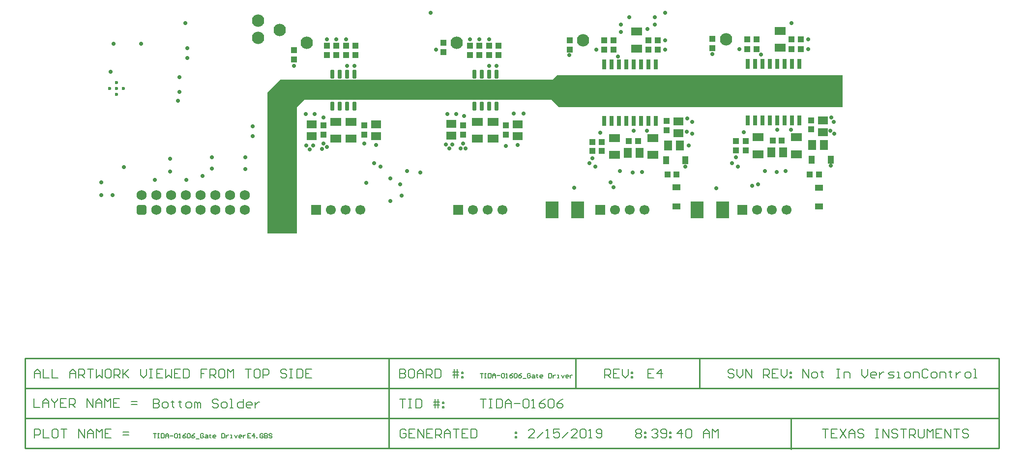
<source format=gbs>
G04*
G04 #@! TF.GenerationSoftware,Altium Limited,Altium Designer,18.1.9 (240)*
G04*
G04 Layer_Color=16711935*
%FSAX25Y25*%
%MOIN*%
G70*
G01*
G75*
%ADD15C,0.00800*%
%ADD17C,0.00600*%
%ADD25C,0.01000*%
%ADD49R,0.04331X0.04134*%
%ADD50R,0.04134X0.04331*%
%ADD51R,0.05394X0.06694*%
%ADD52R,0.06694X0.05394*%
%ADD53R,0.07677X0.05512*%
%ADD63R,0.05197X0.03996*%
%ADD68C,0.06890*%
G04:AMPARAMS|DCode=69|XSize=68.9mil|YSize=68.9mil|CornerRadius=18.21mil|HoleSize=0mil|Usage=FLASHONLY|Rotation=90.000|XOffset=0mil|YOffset=0mil|HoleType=Round|Shape=RoundedRectangle|*
%AMROUNDEDRECTD69*
21,1,0.06890,0.03248,0,0,90.0*
21,1,0.03248,0.06890,0,0,90.0*
1,1,0.03642,0.01624,0.01624*
1,1,0.03642,0.01624,-0.01624*
1,1,0.03642,-0.01624,-0.01624*
1,1,0.03642,-0.01624,0.01624*
%
%ADD69ROUNDEDRECTD69*%
%ADD70O,0.26000X0.03000*%
%ADD71C,0.06693*%
%ADD72R,0.06693X0.06693*%
%ADD73C,0.08394*%
%ADD74C,0.02794*%
%ADD75C,0.02362*%
G04:AMPARAMS|DCode=94|XSize=27.56mil|YSize=59.06mil|CornerRadius=3.98mil|HoleSize=0mil|Usage=FLASHONLY|Rotation=180.000|XOffset=0mil|YOffset=0mil|HoleType=Round|Shape=RoundedRectangle|*
%AMROUNDEDRECTD94*
21,1,0.02756,0.05110,0,0,180.0*
21,1,0.01961,0.05906,0,0,180.0*
1,1,0.00795,-0.00980,0.02555*
1,1,0.00795,0.00980,0.02555*
1,1,0.00795,0.00980,-0.02555*
1,1,0.00795,-0.00980,-0.02555*
%
%ADD94ROUNDEDRECTD94*%
G04:AMPARAMS|DCode=95|XSize=27.56mil|YSize=68.9mil|CornerRadius=3.98mil|HoleSize=0mil|Usage=FLASHONLY|Rotation=0.000|XOffset=0mil|YOffset=0mil|HoleType=Round|Shape=RoundedRectangle|*
%AMROUNDEDRECTD95*
21,1,0.02756,0.06095,0,0,0.0*
21,1,0.01961,0.06890,0,0,0.0*
1,1,0.00795,0.00980,-0.03047*
1,1,0.00795,-0.00980,-0.03047*
1,1,0.00795,-0.00980,0.03047*
1,1,0.00795,0.00980,0.03047*
%
%ADD95ROUNDEDRECTD95*%
%ADD96R,0.03996X0.05197*%
%ADD97R,0.08894X0.11193*%
G36*
X0204200Y0185900D02*
Y0259300D01*
Y0281211D01*
X0212989Y0290000D01*
X0278489Y0290000D01*
X0329789Y0290000D01*
X0397789Y0290000D01*
X0400889Y0293100D01*
X0594200Y0293100D01*
Y0271411D01*
X0401878Y0271411D01*
X0396789Y0276500D01*
X0332389Y0276500D01*
X0276789Y0276500D01*
X0229289Y0276500D01*
X0224200Y0271411D01*
Y0185900D01*
X0204200D01*
D02*
G37*
G54D15*
X0126900Y0073549D02*
Y0067551D01*
X0129899D01*
X0130899Y0068550D01*
Y0069550D01*
X0129899Y0070550D01*
X0126900D01*
X0129899D01*
X0130899Y0071549D01*
Y0072549D01*
X0129899Y0073549D01*
X0126900D01*
X0133898Y0067551D02*
X0135897D01*
X0136897Y0068550D01*
Y0070550D01*
X0135897Y0071549D01*
X0133898D01*
X0132898Y0070550D01*
Y0068550D01*
X0133898Y0067551D01*
X0139896Y0072549D02*
Y0071549D01*
X0138896D01*
X0140895D01*
X0139896D01*
Y0068550D01*
X0140895Y0067551D01*
X0144894Y0072549D02*
Y0071549D01*
X0143895D01*
X0145894D01*
X0144894D01*
Y0068550D01*
X0145894Y0067551D01*
X0149893D02*
X0151892D01*
X0152892Y0068550D01*
Y0070550D01*
X0151892Y0071549D01*
X0149893D01*
X0148893Y0070550D01*
Y0068550D01*
X0149893Y0067551D01*
X0154891D02*
Y0071549D01*
X0155891D01*
X0156890Y0070550D01*
Y0067551D01*
Y0070550D01*
X0157890Y0071549D01*
X0158890Y0070550D01*
Y0067551D01*
X0170886Y0072549D02*
X0169886Y0073549D01*
X0167887D01*
X0166887Y0072549D01*
Y0071549D01*
X0167887Y0070550D01*
X0169886D01*
X0170886Y0069550D01*
Y0068550D01*
X0169886Y0067551D01*
X0167887D01*
X0166887Y0068550D01*
X0173885Y0067551D02*
X0175884D01*
X0176884Y0068550D01*
Y0070550D01*
X0175884Y0071549D01*
X0173885D01*
X0172885Y0070550D01*
Y0068550D01*
X0173885Y0067551D01*
X0178883D02*
X0180883D01*
X0179883D01*
Y0073549D01*
X0178883D01*
X0187880D02*
Y0067551D01*
X0184881D01*
X0183882Y0068550D01*
Y0070550D01*
X0184881Y0071549D01*
X0187880D01*
X0192879Y0067551D02*
X0190879D01*
X0189880Y0068550D01*
Y0070550D01*
X0190879Y0071549D01*
X0192879D01*
X0193878Y0070550D01*
Y0069550D01*
X0189880D01*
X0195878Y0071549D02*
Y0067551D01*
Y0069550D01*
X0196877Y0070550D01*
X0197877Y0071549D01*
X0198877D01*
X0045850Y0073649D02*
Y0067651D01*
X0049849D01*
X0051848D02*
Y0071649D01*
X0053847Y0073649D01*
X0055847Y0071649D01*
Y0067651D01*
Y0070650D01*
X0051848D01*
X0057846Y0073649D02*
Y0072649D01*
X0059846Y0070650D01*
X0061845Y0072649D01*
Y0073649D01*
X0059846Y0070650D02*
Y0067651D01*
X0067843Y0073649D02*
X0063844D01*
Y0067651D01*
X0067843D01*
X0063844Y0070650D02*
X0065843D01*
X0069842Y0067651D02*
Y0073649D01*
X0072841D01*
X0073841Y0072649D01*
Y0070650D01*
X0072841Y0069650D01*
X0069842D01*
X0071842D02*
X0073841Y0067651D01*
X0081838D02*
Y0073649D01*
X0085837Y0067651D01*
Y0073649D01*
X0087836Y0067651D02*
Y0071649D01*
X0089836Y0073649D01*
X0091835Y0071649D01*
Y0067651D01*
Y0070650D01*
X0087836D01*
X0093835Y0067651D02*
Y0073649D01*
X0095834Y0071649D01*
X0097833Y0073649D01*
Y0067651D01*
X0103831Y0073649D02*
X0099832D01*
Y0067651D01*
X0103831D01*
X0099832Y0070650D02*
X0101832D01*
X0111829Y0069650D02*
X0115827D01*
X0111829Y0071649D02*
X0115827D01*
X0348550Y0073498D02*
X0352549D01*
X0350549D01*
Y0067500D01*
X0354548Y0073498D02*
X0356547D01*
X0355548D01*
Y0067500D01*
X0354548D01*
X0356547D01*
X0359546Y0073498D02*
Y0067500D01*
X0362545D01*
X0363545Y0068500D01*
Y0072498D01*
X0362545Y0073498D01*
X0359546D01*
X0365545Y0067500D02*
Y0071499D01*
X0367544Y0073498D01*
X0369543Y0071499D01*
Y0067500D01*
Y0070499D01*
X0365545D01*
X0371543D02*
X0375541D01*
X0377541Y0072498D02*
X0378540Y0073498D01*
X0380540D01*
X0381539Y0072498D01*
Y0068500D01*
X0380540Y0067500D01*
X0378540D01*
X0377541Y0068500D01*
Y0072498D01*
X0383539Y0067500D02*
X0385538D01*
X0384538D01*
Y0073498D01*
X0383539Y0072498D01*
X0392536Y0073498D02*
X0390536Y0072498D01*
X0388537Y0070499D01*
Y0068500D01*
X0389537Y0067500D01*
X0391536D01*
X0392536Y0068500D01*
Y0069499D01*
X0391536Y0070499D01*
X0388537D01*
X0394535Y0072498D02*
X0395535Y0073498D01*
X0397534D01*
X0398534Y0072498D01*
Y0068500D01*
X0397534Y0067500D01*
X0395535D01*
X0394535Y0068500D01*
Y0072498D01*
X0404532Y0073498D02*
X0402532Y0072498D01*
X0400533Y0070499D01*
Y0068500D01*
X0401533Y0067500D01*
X0403532D01*
X0404532Y0068500D01*
Y0069499D01*
X0403532Y0070499D01*
X0400533D01*
X0294000Y0073498D02*
X0297999D01*
X0295999D01*
Y0067500D01*
X0299998Y0073498D02*
X0301997D01*
X0300998D01*
Y0067500D01*
X0299998D01*
X0301997D01*
X0304996Y0073498D02*
Y0067500D01*
X0307996D01*
X0308995Y0068500D01*
Y0072498D01*
X0307996Y0073498D01*
X0304996D01*
X0317992Y0067500D02*
Y0073498D01*
X0319992D02*
Y0067500D01*
X0316993Y0071499D02*
X0319992D01*
X0320991D01*
X0316993Y0069499D02*
X0320991D01*
X0322991Y0071499D02*
X0323990D01*
Y0070499D01*
X0322991D01*
Y0071499D01*
Y0068500D02*
X0323990D01*
Y0067500D01*
X0322991D01*
Y0068500D01*
X0580500Y0052965D02*
X0584499D01*
X0582499D01*
Y0046966D01*
X0590497Y0052965D02*
X0586498D01*
Y0046966D01*
X0590497D01*
X0586498Y0049966D02*
X0588497D01*
X0592496Y0052965D02*
X0596495Y0046966D01*
Y0052965D02*
X0592496Y0046966D01*
X0598494D02*
Y0050965D01*
X0600493Y0052965D01*
X0602493Y0050965D01*
Y0046966D01*
Y0049966D01*
X0598494D01*
X0608491Y0051965D02*
X0607491Y0052965D01*
X0605492D01*
X0604492Y0051965D01*
Y0050965D01*
X0605492Y0049966D01*
X0607491D01*
X0608491Y0048966D01*
Y0047966D01*
X0607491Y0046966D01*
X0605492D01*
X0604492Y0047966D01*
X0616488Y0052965D02*
X0618488D01*
X0617488D01*
Y0046966D01*
X0616488D01*
X0618488D01*
X0621487D02*
Y0052965D01*
X0625486Y0046966D01*
Y0052965D01*
X0631484Y0051965D02*
X0630484Y0052965D01*
X0628484D01*
X0627485Y0051965D01*
Y0050965D01*
X0628484Y0049966D01*
X0630484D01*
X0631484Y0048966D01*
Y0047966D01*
X0630484Y0046966D01*
X0628484D01*
X0627485Y0047966D01*
X0633483Y0052965D02*
X0637482D01*
X0635482D01*
Y0046966D01*
X0639481D02*
Y0052965D01*
X0642480D01*
X0643480Y0051965D01*
Y0049966D01*
X0642480Y0048966D01*
X0639481D01*
X0641480D02*
X0643480Y0046966D01*
X0645479Y0052965D02*
Y0047966D01*
X0646479Y0046966D01*
X0648478D01*
X0649478Y0047966D01*
Y0052965D01*
X0651477Y0046966D02*
Y0052965D01*
X0653476Y0050965D01*
X0655476Y0052965D01*
Y0046966D01*
X0661474Y0052965D02*
X0657475D01*
Y0046966D01*
X0661474D01*
X0657475Y0049966D02*
X0659474D01*
X0663473Y0046966D02*
Y0052965D01*
X0667472Y0046966D01*
Y0052965D01*
X0669471D02*
X0673470D01*
X0671471D01*
Y0046966D01*
X0679468Y0051965D02*
X0678468Y0052965D01*
X0676469D01*
X0675469Y0051965D01*
Y0050965D01*
X0676469Y0049966D01*
X0678468D01*
X0679468Y0048966D01*
Y0047966D01*
X0678468Y0046966D01*
X0676469D01*
X0675469Y0047966D01*
X0454050Y0051965D02*
X0455050Y0052965D01*
X0457049D01*
X0458049Y0051965D01*
Y0050965D01*
X0457049Y0049966D01*
X0458049Y0048966D01*
Y0047966D01*
X0457049Y0046966D01*
X0455050D01*
X0454050Y0047966D01*
Y0048966D01*
X0455050Y0049966D01*
X0454050Y0050965D01*
Y0051965D01*
X0455050Y0049966D02*
X0457049D01*
X0460048Y0050965D02*
X0461048D01*
Y0049966D01*
X0460048D01*
Y0050965D01*
Y0047966D02*
X0461048D01*
Y0046966D01*
X0460048D01*
Y0047966D01*
X0465046Y0051965D02*
X0466046Y0052965D01*
X0468046D01*
X0469045Y0051965D01*
Y0050965D01*
X0468046Y0049966D01*
X0467046D01*
X0468046D01*
X0469045Y0048966D01*
Y0047966D01*
X0468046Y0046966D01*
X0466046D01*
X0465046Y0047966D01*
X0471044D02*
X0472044Y0046966D01*
X0474044D01*
X0475043Y0047966D01*
Y0051965D01*
X0474044Y0052965D01*
X0472044D01*
X0471044Y0051965D01*
Y0050965D01*
X0472044Y0049966D01*
X0475043D01*
X0477043Y0050965D02*
X0478042D01*
Y0049966D01*
X0477043D01*
Y0050965D01*
Y0047966D02*
X0478042D01*
Y0046966D01*
X0477043D01*
Y0047966D01*
X0485040Y0046966D02*
Y0052965D01*
X0482041Y0049966D01*
X0486040D01*
X0488039Y0051965D02*
X0489039Y0052965D01*
X0491038D01*
X0492038Y0051965D01*
Y0047966D01*
X0491038Y0046966D01*
X0489039D01*
X0488039Y0047966D01*
Y0051965D01*
X0500035Y0046966D02*
Y0050965D01*
X0502035Y0052965D01*
X0504034Y0050965D01*
Y0046966D01*
Y0049966D01*
X0500035D01*
X0506033Y0046966D02*
Y0052965D01*
X0508033Y0050965D01*
X0510032Y0052965D01*
Y0046966D01*
X0046350D02*
Y0052965D01*
X0049349D01*
X0050349Y0051965D01*
Y0049966D01*
X0049349Y0048966D01*
X0046350D01*
X0052348Y0052965D02*
Y0046966D01*
X0056347D01*
X0061345Y0052965D02*
X0059346D01*
X0058346Y0051965D01*
Y0047966D01*
X0059346Y0046966D01*
X0061345D01*
X0062345Y0047966D01*
Y0051965D01*
X0061345Y0052965D01*
X0064344D02*
X0068343D01*
X0066343D01*
Y0046966D01*
X0076340D02*
Y0052965D01*
X0080339Y0046966D01*
Y0052965D01*
X0082338Y0046966D02*
Y0050965D01*
X0084338Y0052965D01*
X0086337Y0050965D01*
Y0046966D01*
Y0049966D01*
X0082338D01*
X0088336Y0046966D02*
Y0052965D01*
X0090336Y0050965D01*
X0092335Y0052965D01*
Y0046966D01*
X0098333Y0052965D02*
X0094335D01*
Y0046966D01*
X0098333D01*
X0094335Y0049966D02*
X0096334D01*
X0106331Y0048966D02*
X0110329D01*
X0106331Y0050965D02*
X0110329D01*
X0294000Y0093831D02*
Y0087833D01*
X0296999D01*
X0297999Y0088833D01*
Y0089833D01*
X0296999Y0090832D01*
X0294000D01*
X0296999D01*
X0297999Y0091832D01*
Y0092832D01*
X0296999Y0093831D01*
X0294000D01*
X0302997D02*
X0300998D01*
X0299998Y0092832D01*
Y0088833D01*
X0300998Y0087833D01*
X0302997D01*
X0303997Y0088833D01*
Y0092832D01*
X0302997Y0093831D01*
X0305996Y0087833D02*
Y0091832D01*
X0307996Y0093831D01*
X0309995Y0091832D01*
Y0087833D01*
Y0090832D01*
X0305996D01*
X0311994Y0087833D02*
Y0093831D01*
X0314993D01*
X0315993Y0092832D01*
Y0090832D01*
X0314993Y0089833D01*
X0311994D01*
X0313994D02*
X0315993Y0087833D01*
X0317992Y0093831D02*
Y0087833D01*
X0320991D01*
X0321991Y0088833D01*
Y0092832D01*
X0320991Y0093831D01*
X0317992D01*
X0330988Y0087833D02*
Y0093831D01*
X0332987D02*
Y0087833D01*
X0329988Y0091832D02*
X0332987D01*
X0333987D01*
X0329988Y0089833D02*
X0333987D01*
X0335986Y0091832D02*
X0336986D01*
Y0090832D01*
X0335986D01*
Y0091832D01*
Y0088833D02*
X0336986D01*
Y0087833D01*
X0335986D01*
Y0088833D01*
X0466149Y0093831D02*
X0462150D01*
Y0087833D01*
X0466149D01*
X0462150Y0090832D02*
X0464149D01*
X0471147Y0087833D02*
Y0093831D01*
X0468148Y0090832D01*
X0472147D01*
X0046350Y0087833D02*
Y0091832D01*
X0048349Y0093831D01*
X0050349Y0091832D01*
Y0087833D01*
Y0090832D01*
X0046350D01*
X0052348Y0093831D02*
Y0087833D01*
X0056347D01*
X0058346Y0093831D02*
Y0087833D01*
X0062345D01*
X0070342D02*
Y0091832D01*
X0072342Y0093831D01*
X0074341Y0091832D01*
Y0087833D01*
Y0090832D01*
X0070342D01*
X0076340Y0087833D02*
Y0093831D01*
X0079339D01*
X0080339Y0092832D01*
Y0090832D01*
X0079339Y0089833D01*
X0076340D01*
X0078340D02*
X0080339Y0087833D01*
X0082338Y0093831D02*
X0086337D01*
X0084338D01*
Y0087833D01*
X0088336Y0093831D02*
Y0087833D01*
X0090336Y0089833D01*
X0092335Y0087833D01*
Y0093831D01*
X0097334D02*
X0095334D01*
X0094335Y0092832D01*
Y0088833D01*
X0095334Y0087833D01*
X0097334D01*
X0098333Y0088833D01*
Y0092832D01*
X0097334Y0093831D01*
X0100332Y0087833D02*
Y0093831D01*
X0103332D01*
X0104331Y0092832D01*
Y0090832D01*
X0103332Y0089833D01*
X0100332D01*
X0102332D02*
X0104331Y0087833D01*
X0106331Y0093831D02*
Y0087833D01*
Y0089833D01*
X0110329Y0093831D01*
X0107330Y0090832D01*
X0110329Y0087833D01*
X0118327Y0093831D02*
Y0089833D01*
X0120326Y0087833D01*
X0122325Y0089833D01*
Y0093831D01*
X0124325D02*
X0126324D01*
X0125324D01*
Y0087833D01*
X0124325D01*
X0126324D01*
X0133322Y0093831D02*
X0129323D01*
Y0087833D01*
X0133322D01*
X0129323Y0090832D02*
X0131323D01*
X0135321Y0093831D02*
Y0087833D01*
X0137321Y0089833D01*
X0139320Y0087833D01*
Y0093831D01*
X0145318D02*
X0141319D01*
Y0087833D01*
X0145318D01*
X0141319Y0090832D02*
X0143319D01*
X0147317Y0093831D02*
Y0087833D01*
X0150316D01*
X0151316Y0088833D01*
Y0092832D01*
X0150316Y0093831D01*
X0147317D01*
X0163312D02*
X0159313D01*
Y0090832D01*
X0161313D01*
X0159313D01*
Y0087833D01*
X0165312D02*
Y0093831D01*
X0168310D01*
X0169310Y0092832D01*
Y0090832D01*
X0168310Y0089833D01*
X0165312D01*
X0167311D02*
X0169310Y0087833D01*
X0174309Y0093831D02*
X0172309D01*
X0171310Y0092832D01*
Y0088833D01*
X0172309Y0087833D01*
X0174309D01*
X0175308Y0088833D01*
Y0092832D01*
X0174309Y0093831D01*
X0177308Y0087833D02*
Y0093831D01*
X0179307Y0091832D01*
X0181306Y0093831D01*
Y0087833D01*
X0189304Y0093831D02*
X0193303D01*
X0191303D01*
Y0087833D01*
X0198301Y0093831D02*
X0196301D01*
X0195302Y0092832D01*
Y0088833D01*
X0196301Y0087833D01*
X0198301D01*
X0199301Y0088833D01*
Y0092832D01*
X0198301Y0093831D01*
X0201300Y0087833D02*
Y0093831D01*
X0204299D01*
X0205299Y0092832D01*
Y0090832D01*
X0204299Y0089833D01*
X0201300D01*
X0217295Y0092832D02*
X0216295Y0093831D01*
X0214296D01*
X0213296Y0092832D01*
Y0091832D01*
X0214296Y0090832D01*
X0216295D01*
X0217295Y0089833D01*
Y0088833D01*
X0216295Y0087833D01*
X0214296D01*
X0213296Y0088833D01*
X0219294Y0093831D02*
X0221293D01*
X0220294D01*
Y0087833D01*
X0219294D01*
X0221293D01*
X0224292Y0093831D02*
Y0087833D01*
X0227291D01*
X0228291Y0088833D01*
Y0092832D01*
X0227291Y0093831D01*
X0224292D01*
X0234289D02*
X0230291D01*
Y0087833D01*
X0234289D01*
X0230291Y0090832D02*
X0232290D01*
X0298199Y0051965D02*
X0297199Y0052965D01*
X0295200D01*
X0294200Y0051965D01*
Y0047966D01*
X0295200Y0046966D01*
X0297199D01*
X0298199Y0047966D01*
Y0049966D01*
X0296199D01*
X0304197Y0052965D02*
X0300198D01*
Y0046966D01*
X0304197D01*
X0300198Y0049966D02*
X0302197D01*
X0306196Y0046966D02*
Y0052965D01*
X0310195Y0046966D01*
Y0052965D01*
X0316193D02*
X0312194D01*
Y0046966D01*
X0316193D01*
X0312194Y0049966D02*
X0314194D01*
X0318192Y0046966D02*
Y0052965D01*
X0321191D01*
X0322191Y0051965D01*
Y0049966D01*
X0321191Y0048966D01*
X0318192D01*
X0320192D02*
X0322191Y0046966D01*
X0324190D02*
Y0050965D01*
X0326190Y0052965D01*
X0328189Y0050965D01*
Y0046966D01*
Y0049966D01*
X0324190D01*
X0330188Y0052965D02*
X0334187D01*
X0332188D01*
Y0046966D01*
X0340185Y0052965D02*
X0336186D01*
Y0046966D01*
X0340185D01*
X0336186Y0049966D02*
X0338186D01*
X0342184Y0052965D02*
Y0046966D01*
X0345183D01*
X0346183Y0047966D01*
Y0051965D01*
X0345183Y0052965D01*
X0342184D01*
X0372175Y0050965D02*
X0373175D01*
Y0049966D01*
X0372175D01*
Y0050965D01*
Y0047966D02*
X0373175D01*
Y0046966D01*
X0372175D01*
Y0047966D01*
X0385149Y0046966D02*
X0381150D01*
X0385149Y0050965D01*
Y0051965D01*
X0384149Y0052965D01*
X0382150D01*
X0381150Y0051965D01*
X0387148Y0046966D02*
X0391147Y0050965D01*
X0393146Y0046966D02*
X0395146D01*
X0394146D01*
Y0052965D01*
X0393146Y0051965D01*
X0402143Y0052965D02*
X0398145D01*
Y0049966D01*
X0400144Y0050965D01*
X0401144D01*
X0402143Y0049966D01*
Y0047966D01*
X0401144Y0046966D01*
X0399144D01*
X0398145Y0047966D01*
X0404143Y0046966D02*
X0408141Y0050965D01*
X0414139Y0046966D02*
X0410141D01*
X0414139Y0050965D01*
Y0051965D01*
X0413140Y0052965D01*
X0411140D01*
X0410141Y0051965D01*
X0416139D02*
X0417138Y0052965D01*
X0419138D01*
X0420137Y0051965D01*
Y0047966D01*
X0419138Y0046966D01*
X0417138D01*
X0416139Y0047966D01*
Y0051965D01*
X0422137Y0046966D02*
X0424136D01*
X0423136D01*
Y0052965D01*
X0422137Y0051965D01*
X0427135Y0047966D02*
X0428135Y0046966D01*
X0430134D01*
X0431134Y0047966D01*
Y0051965D01*
X0430134Y0052965D01*
X0428135D01*
X0427135Y0051965D01*
Y0050965D01*
X0428135Y0049966D01*
X0431134D01*
X0433000Y0087833D02*
Y0093831D01*
X0435999D01*
X0436999Y0092832D01*
Y0090832D01*
X0435999Y0089833D01*
X0433000D01*
X0434999D02*
X0436999Y0087833D01*
X0442997Y0093831D02*
X0438998D01*
Y0087833D01*
X0442997D01*
X0438998Y0090832D02*
X0440997D01*
X0444996Y0093831D02*
Y0089833D01*
X0446995Y0087833D01*
X0448995Y0089833D01*
Y0093831D01*
X0450994Y0091832D02*
X0451994D01*
Y0090832D01*
X0450994D01*
Y0091832D01*
Y0088833D02*
X0451994D01*
Y0087833D01*
X0450994D01*
Y0088833D01*
X0520799Y0092832D02*
X0519799Y0093831D01*
X0517800D01*
X0516800Y0092832D01*
Y0091832D01*
X0517800Y0090832D01*
X0519799D01*
X0520799Y0089833D01*
Y0088833D01*
X0519799Y0087833D01*
X0517800D01*
X0516800Y0088833D01*
X0522798Y0093831D02*
Y0089833D01*
X0524797Y0087833D01*
X0526797Y0089833D01*
Y0093831D01*
X0528796Y0087833D02*
Y0093831D01*
X0532795Y0087833D01*
Y0093831D01*
X0540792Y0087833D02*
Y0093831D01*
X0543791D01*
X0544791Y0092832D01*
Y0090832D01*
X0543791Y0089833D01*
X0540792D01*
X0542792D02*
X0544791Y0087833D01*
X0550789Y0093831D02*
X0546790D01*
Y0087833D01*
X0550789D01*
X0546790Y0090832D02*
X0548790D01*
X0552788Y0093831D02*
Y0089833D01*
X0554788Y0087833D01*
X0556787Y0089833D01*
Y0093831D01*
X0558786Y0091832D02*
X0559786D01*
Y0090832D01*
X0558786D01*
Y0091832D01*
Y0088833D02*
X0559786D01*
Y0087833D01*
X0558786D01*
Y0088833D01*
X0567400Y0087833D02*
Y0093831D01*
X0571399Y0087833D01*
Y0093831D01*
X0574398Y0087833D02*
X0576397D01*
X0577397Y0088833D01*
Y0090832D01*
X0576397Y0091832D01*
X0574398D01*
X0573398Y0090832D01*
Y0088833D01*
X0574398Y0087833D01*
X0580396Y0092832D02*
Y0091832D01*
X0579396D01*
X0581395D01*
X0580396D01*
Y0088833D01*
X0581395Y0087833D01*
X0590393Y0093831D02*
X0592392D01*
X0591392D01*
Y0087833D01*
X0590393D01*
X0592392D01*
X0595391D02*
Y0091832D01*
X0598390D01*
X0599390Y0090832D01*
Y0087833D01*
X0607387Y0093831D02*
Y0089833D01*
X0609386Y0087833D01*
X0611386Y0089833D01*
Y0093831D01*
X0616384Y0087833D02*
X0614385D01*
X0613385Y0088833D01*
Y0090832D01*
X0614385Y0091832D01*
X0616384D01*
X0617384Y0090832D01*
Y0089833D01*
X0613385D01*
X0619383Y0091832D02*
Y0087833D01*
Y0089833D01*
X0620383Y0090832D01*
X0621383Y0091832D01*
X0622382D01*
X0625381Y0087833D02*
X0628380D01*
X0629380Y0088833D01*
X0628380Y0089833D01*
X0626381D01*
X0625381Y0090832D01*
X0626381Y0091832D01*
X0629380D01*
X0631379Y0087833D02*
X0633379D01*
X0632379D01*
Y0091832D01*
X0631379D01*
X0637377Y0087833D02*
X0639377D01*
X0640376Y0088833D01*
Y0090832D01*
X0639377Y0091832D01*
X0637377D01*
X0636378Y0090832D01*
Y0088833D01*
X0637377Y0087833D01*
X0642376D02*
Y0091832D01*
X0645375D01*
X0646374Y0090832D01*
Y0087833D01*
X0652373Y0092832D02*
X0651373Y0093831D01*
X0649373D01*
X0648374Y0092832D01*
Y0088833D01*
X0649373Y0087833D01*
X0651373D01*
X0652373Y0088833D01*
X0655372Y0087833D02*
X0657371D01*
X0658371Y0088833D01*
Y0090832D01*
X0657371Y0091832D01*
X0655372D01*
X0654372Y0090832D01*
Y0088833D01*
X0655372Y0087833D01*
X0660370D02*
Y0091832D01*
X0663369D01*
X0664369Y0090832D01*
Y0087833D01*
X0667368Y0092832D02*
Y0091832D01*
X0666368D01*
X0668367D01*
X0667368D01*
Y0088833D01*
X0668367Y0087833D01*
X0671366Y0091832D02*
Y0087833D01*
Y0089833D01*
X0672366Y0090832D01*
X0673366Y0091832D01*
X0674365D01*
X0678364Y0087833D02*
X0680364D01*
X0681363Y0088833D01*
Y0090832D01*
X0680364Y0091832D01*
X0678364D01*
X0677364Y0090832D01*
Y0088833D01*
X0678364Y0087833D01*
X0683362D02*
X0685362D01*
X0684362D01*
Y0093831D01*
X0683362D01*
G54D17*
X0348550Y0090832D02*
X0350549D01*
X0349550D01*
Y0087833D01*
X0351549Y0090832D02*
X0352549D01*
X0352049D01*
Y0087833D01*
X0351549D01*
X0352549D01*
X0354048Y0090832D02*
Y0087833D01*
X0355548D01*
X0356048Y0088333D01*
Y0090333D01*
X0355548Y0090832D01*
X0354048D01*
X0357047Y0087833D02*
Y0089833D01*
X0358047Y0090832D01*
X0359047Y0089833D01*
Y0087833D01*
Y0089333D01*
X0357047D01*
X0360046D02*
X0362046D01*
X0363045Y0090333D02*
X0363545Y0090832D01*
X0364545D01*
X0365045Y0090333D01*
Y0088333D01*
X0364545Y0087833D01*
X0363545D01*
X0363045Y0088333D01*
Y0090333D01*
X0366044Y0087833D02*
X0367044D01*
X0366544D01*
Y0090832D01*
X0366044Y0090333D01*
X0370543Y0090832D02*
X0369543Y0090333D01*
X0368544Y0089333D01*
Y0088333D01*
X0369043Y0087833D01*
X0370043D01*
X0370543Y0088333D01*
Y0088833D01*
X0370043Y0089333D01*
X0368544D01*
X0371543Y0090333D02*
X0372042Y0090832D01*
X0373042D01*
X0373542Y0090333D01*
Y0088333D01*
X0373042Y0087833D01*
X0372042D01*
X0371543Y0088333D01*
Y0090333D01*
X0376541Y0090832D02*
X0375541Y0090333D01*
X0374542Y0089333D01*
Y0088333D01*
X0375041Y0087833D01*
X0376041D01*
X0376541Y0088333D01*
Y0088833D01*
X0376041Y0089333D01*
X0374542D01*
X0377541Y0087334D02*
X0379540D01*
X0382539Y0090333D02*
X0382039Y0090832D01*
X0381040D01*
X0380540Y0090333D01*
Y0088333D01*
X0381040Y0087833D01*
X0382039D01*
X0382539Y0088333D01*
Y0089333D01*
X0381539D01*
X0384038Y0089833D02*
X0385038D01*
X0385538Y0089333D01*
Y0087833D01*
X0384038D01*
X0383539Y0088333D01*
X0384038Y0088833D01*
X0385538D01*
X0387038Y0090333D02*
Y0089833D01*
X0386538D01*
X0387537D01*
X0387038D01*
Y0088333D01*
X0387537Y0087833D01*
X0390536D02*
X0389537D01*
X0389037Y0088333D01*
Y0089333D01*
X0389537Y0089833D01*
X0390536D01*
X0391036Y0089333D01*
Y0088833D01*
X0389037D01*
X0395035Y0090832D02*
Y0087833D01*
X0396534D01*
X0397034Y0088333D01*
Y0090333D01*
X0396534Y0090832D01*
X0395035D01*
X0398034Y0089833D02*
Y0087833D01*
Y0088833D01*
X0398534Y0089333D01*
X0399034Y0089833D01*
X0399534D01*
X0401033Y0087833D02*
X0402033D01*
X0401533D01*
Y0089833D01*
X0401033D01*
X0403532D02*
X0404532Y0087833D01*
X0405532Y0089833D01*
X0408031Y0087833D02*
X0407031D01*
X0406531Y0088333D01*
Y0089333D01*
X0407031Y0089833D01*
X0408031D01*
X0408531Y0089333D01*
Y0088833D01*
X0406531D01*
X0409530Y0089833D02*
Y0087833D01*
Y0088833D01*
X0410030Y0089333D01*
X0410530Y0089833D01*
X0411030D01*
X0126900Y0049966D02*
X0128899D01*
X0127900D01*
Y0046966D01*
X0129899Y0049966D02*
X0130899D01*
X0130399D01*
Y0046966D01*
X0129899D01*
X0130899D01*
X0132398Y0049966D02*
Y0046966D01*
X0133898D01*
X0134398Y0047466D01*
Y0049466D01*
X0133898Y0049966D01*
X0132398D01*
X0135397Y0046966D02*
Y0048966D01*
X0136397Y0049966D01*
X0137397Y0048966D01*
Y0046966D01*
Y0048466D01*
X0135397D01*
X0138396D02*
X0140396D01*
X0141395Y0049466D02*
X0141895Y0049966D01*
X0142895D01*
X0143395Y0049466D01*
Y0047466D01*
X0142895Y0046966D01*
X0141895D01*
X0141395Y0047466D01*
Y0049466D01*
X0144394Y0046966D02*
X0145394D01*
X0144894D01*
Y0049966D01*
X0144394Y0049466D01*
X0148893Y0049966D02*
X0147893Y0049466D01*
X0146894Y0048466D01*
Y0047466D01*
X0147393Y0046966D01*
X0148393D01*
X0148893Y0047466D01*
Y0047966D01*
X0148393Y0048466D01*
X0146894D01*
X0149893Y0049466D02*
X0150392Y0049966D01*
X0151392D01*
X0151892Y0049466D01*
Y0047466D01*
X0151392Y0046966D01*
X0150392D01*
X0149893Y0047466D01*
Y0049466D01*
X0154891Y0049966D02*
X0153891Y0049466D01*
X0152892Y0048466D01*
Y0047466D01*
X0153391Y0046966D01*
X0154391D01*
X0154891Y0047466D01*
Y0047966D01*
X0154391Y0048466D01*
X0152892D01*
X0155891Y0046467D02*
X0157890D01*
X0160889Y0049466D02*
X0160389Y0049966D01*
X0159389D01*
X0158890Y0049466D01*
Y0047466D01*
X0159389Y0046966D01*
X0160389D01*
X0160889Y0047466D01*
Y0048466D01*
X0159889D01*
X0162389Y0048966D02*
X0163388D01*
X0163888Y0048466D01*
Y0046966D01*
X0162389D01*
X0161889Y0047466D01*
X0162389Y0047966D01*
X0163888D01*
X0165388Y0049466D02*
Y0048966D01*
X0164888D01*
X0165887D01*
X0165388D01*
Y0047466D01*
X0165887Y0046966D01*
X0168886D02*
X0167887D01*
X0167387Y0047466D01*
Y0048466D01*
X0167887Y0048966D01*
X0168886D01*
X0169386Y0048466D01*
Y0047966D01*
X0167387D01*
X0173385Y0049966D02*
Y0046966D01*
X0174884D01*
X0175384Y0047466D01*
Y0049466D01*
X0174884Y0049966D01*
X0173385D01*
X0176384Y0048966D02*
Y0046966D01*
Y0047966D01*
X0176884Y0048466D01*
X0177384Y0048966D01*
X0177884D01*
X0179383Y0046966D02*
X0180383D01*
X0179883D01*
Y0048966D01*
X0179383D01*
X0181882D02*
X0182882Y0046966D01*
X0183882Y0048966D01*
X0186381Y0046966D02*
X0185381D01*
X0184881Y0047466D01*
Y0048466D01*
X0185381Y0048966D01*
X0186381D01*
X0186881Y0048466D01*
Y0047966D01*
X0184881D01*
X0187880Y0048966D02*
Y0046966D01*
Y0047966D01*
X0188380Y0048466D01*
X0188880Y0048966D01*
X0189380D01*
X0192879Y0049966D02*
X0190879D01*
Y0046966D01*
X0192879D01*
X0190879Y0048466D02*
X0191879D01*
X0195378Y0046966D02*
Y0049966D01*
X0193878Y0048466D01*
X0195878D01*
X0196877Y0046966D02*
Y0047466D01*
X0197377D01*
Y0046966D01*
X0196877D01*
X0201376Y0049466D02*
X0200876Y0049966D01*
X0199876D01*
X0199376Y0049466D01*
Y0047466D01*
X0199876Y0046966D01*
X0200876D01*
X0201376Y0047466D01*
Y0048466D01*
X0200376D01*
X0202376Y0049966D02*
Y0046966D01*
X0203875D01*
X0204375Y0047466D01*
Y0047966D01*
X0203875Y0048466D01*
X0202376D01*
X0203875D01*
X0204375Y0048966D01*
Y0049466D01*
X0203875Y0049966D01*
X0202376D01*
X0207374Y0049466D02*
X0206874Y0049966D01*
X0205874D01*
X0205375Y0049466D01*
Y0048966D01*
X0205874Y0048466D01*
X0206874D01*
X0207374Y0047966D01*
Y0047466D01*
X0206874Y0046966D01*
X0205874D01*
X0205375Y0047466D01*
G54D25*
X0559400Y0039400D02*
Y0059683D01*
X0440500Y0040050D02*
X0700200D01*
Y0101050D01*
X0286500Y0040050D02*
Y0101050D01*
X0040000Y0040050D02*
Y0101050D01*
X0040050Y0040050D02*
X0197600D01*
X0040050D02*
Y0101050D01*
Y0101050D02*
X0700200D01*
X0040000Y0040050D02*
X0440500D01*
X0040000Y0060383D02*
X0700000D01*
X0040000Y0080717D02*
X0700200D01*
X0413200D02*
Y0101050D01*
X0497200Y0080717D02*
Y0101050D01*
G54D49*
X0565807Y0310940D02*
D03*
X0559508D02*
D03*
X0553102Y0248791D02*
D03*
X0546803D02*
D03*
X0468884Y0310440D02*
D03*
X0462585D02*
D03*
X0455680Y0248290D02*
D03*
X0449380D02*
D03*
X0529508Y0310934D02*
D03*
X0535807D02*
D03*
X0432630Y0310440D02*
D03*
X0438929D02*
D03*
X0559508Y0317434D02*
D03*
X0565807D02*
D03*
X0535807D02*
D03*
X0529508D02*
D03*
X0571858Y0225940D02*
D03*
X0578158D02*
D03*
X0462585Y0316934D02*
D03*
X0468884D02*
D03*
X0438929Y0316927D02*
D03*
X0432630D02*
D03*
X0481779Y0225940D02*
D03*
X0475480D02*
D03*
G54D50*
X0573008Y0256291D02*
D03*
Y0262590D02*
D03*
X0475130Y0255791D02*
D03*
Y0262090D02*
D03*
X0348052Y0313090D02*
D03*
Y0306790D02*
D03*
X0251052Y0313090D02*
D03*
Y0306790D02*
D03*
X0366052Y0252791D02*
D03*
Y0259090D02*
D03*
X0269952Y0252791D02*
D03*
Y0259090D02*
D03*
X0242252Y0252791D02*
D03*
Y0259090D02*
D03*
X0336952Y0252891D02*
D03*
Y0259190D02*
D03*
X0354552Y0313090D02*
D03*
Y0306790D02*
D03*
X0257552Y0313090D02*
D03*
Y0306790D02*
D03*
X0341552Y0306791D02*
D03*
Y0313090D02*
D03*
X0244552Y0306791D02*
D03*
Y0313090D02*
D03*
X0361052Y0306791D02*
D03*
Y0313090D02*
D03*
X0264052Y0306791D02*
D03*
Y0313090D02*
D03*
X0522098Y0242141D02*
D03*
Y0248440D02*
D03*
X0528598Y0242141D02*
D03*
Y0248440D02*
D03*
X0424630Y0241641D02*
D03*
Y0247940D02*
D03*
X0431130Y0241641D02*
D03*
Y0247940D02*
D03*
X0222289Y0310050D02*
D03*
Y0303750D02*
D03*
X0323800Y0315000D02*
D03*
Y0308701D02*
D03*
X0409300Y0316800D02*
D03*
Y0310501D02*
D03*
X0505889Y0317850D02*
D03*
Y0311550D02*
D03*
G54D51*
X0484130Y0245440D02*
D03*
X0476130D02*
D03*
X0581598Y0245940D02*
D03*
X0573598D02*
D03*
X0545953Y0240791D02*
D03*
X0553953D02*
D03*
X0448530Y0240290D02*
D03*
X0456530D02*
D03*
G54D52*
X0581008Y0262440D02*
D03*
Y0254440D02*
D03*
X0483130Y0261940D02*
D03*
Y0253940D02*
D03*
X0373997Y0259940D02*
D03*
Y0251940D02*
D03*
X0277897Y0259940D02*
D03*
Y0251940D02*
D03*
X0234197Y0251940D02*
D03*
Y0259940D02*
D03*
X0328897Y0260040D02*
D03*
Y0252040D02*
D03*
G54D53*
X0537057Y0251009D02*
D03*
Y0239591D02*
D03*
X0563098Y0250999D02*
D03*
Y0239582D02*
D03*
X0552008Y0311732D02*
D03*
Y0323149D02*
D03*
X0439589Y0250509D02*
D03*
Y0239091D02*
D03*
X0465630Y0250499D02*
D03*
Y0239082D02*
D03*
X0454735Y0311225D02*
D03*
Y0322642D02*
D03*
X0357189Y0261609D02*
D03*
Y0250191D02*
D03*
X0261089Y0261609D02*
D03*
Y0250191D02*
D03*
X0346689Y0261609D02*
D03*
Y0250191D02*
D03*
X0250589Y0261609D02*
D03*
Y0250191D02*
D03*
G54D63*
X0578189Y0204053D02*
D03*
Y0216947D02*
D03*
X0481779Y0204085D02*
D03*
Y0216978D02*
D03*
G54D68*
X0189121Y0211900D02*
D03*
X0179121D02*
D03*
X0169121D02*
D03*
X0159121D02*
D03*
X0149121D02*
D03*
X0139121D02*
D03*
X0129121D02*
D03*
X0119121D02*
D03*
X0189121Y0201900D02*
D03*
X0179121D02*
D03*
X0169121D02*
D03*
X0159121D02*
D03*
X0149121D02*
D03*
X0139121D02*
D03*
X0129121D02*
D03*
G54D69*
X0119121D02*
D03*
G54D70*
X0255689Y0283500D02*
D03*
X0351789D02*
D03*
G54D71*
X0556444Y0201900D02*
D03*
X0546444D02*
D03*
X0536444D02*
D03*
X0460066D02*
D03*
X0450066D02*
D03*
X0440066D02*
D03*
X0363688D02*
D03*
X0353688D02*
D03*
X0343688D02*
D03*
X0267310D02*
D03*
X0257310D02*
D03*
X0247310D02*
D03*
G54D72*
X0526444D02*
D03*
X0430066D02*
D03*
X0333688D02*
D03*
X0237310D02*
D03*
G54D73*
X0332689Y0315000D02*
D03*
X0230989D02*
D03*
X0198089Y0318500D02*
D03*
X0197889Y0330000D02*
D03*
X0212789Y0323900D02*
D03*
X0418189Y0316800D02*
D03*
X0515194Y0317434D02*
D03*
G54D74*
X0436900Y0220611D02*
D03*
X0438889Y0217000D02*
D03*
X0287689Y0223100D02*
D03*
Y0207800D02*
D03*
X0099989Y0314300D02*
D03*
X0118689D02*
D03*
X0412139Y0216650D02*
D03*
X0508789Y0216600D02*
D03*
X0144789Y0291900D02*
D03*
X0150000Y0304900D02*
D03*
Y0311400D02*
D03*
X0143589Y0275700D02*
D03*
X0127989Y0222250D02*
D03*
X0097989Y0295400D02*
D03*
X0230197Y0266940D02*
D03*
X0236197D02*
D03*
X0242289Y0264400D02*
D03*
X0371442Y0266995D02*
D03*
X0377942D02*
D03*
X0466997Y0327440D02*
D03*
X0443997D02*
D03*
X0461997Y0324440D02*
D03*
X0427429Y0310440D02*
D03*
X0474085D02*
D03*
X0474085Y0316934D02*
D03*
X0365942Y0245090D02*
D03*
X0373997Y0245940D02*
D03*
X0277897D02*
D03*
X0269952Y0246791D02*
D03*
X0242252Y0246791D02*
D03*
X0251052Y0317385D02*
D03*
X0257552D02*
D03*
X0244552Y0317385D02*
D03*
X0258452Y0299385D02*
D03*
X0263452D02*
D03*
X0359552D02*
D03*
X0354552D02*
D03*
X0341552Y0317385D02*
D03*
X0354552Y0317385D02*
D03*
X0348052D02*
D03*
X0559508Y0328440D02*
D03*
X0571008Y0317434D02*
D03*
X0571008Y0310940D02*
D03*
X0490130Y0245440D02*
D03*
X0489130Y0263940D02*
D03*
X0492189Y0261300D02*
D03*
X0488630Y0254940D02*
D03*
X0492189Y0253300D02*
D03*
X0586553Y0264395D02*
D03*
X0588389Y0261400D02*
D03*
X0586008Y0255440D02*
D03*
X0588689Y0253300D02*
D03*
X0148500Y0328400D02*
D03*
X0194200Y0251900D02*
D03*
X0194200Y0258400D02*
D03*
X0160247Y0224947D02*
D03*
X0138200Y0236400D02*
D03*
X0138200Y0227900D02*
D03*
X0189200Y0237400D02*
D03*
Y0229400D02*
D03*
X0166700Y0229900D02*
D03*
Y0237400D02*
D03*
X0149350Y0222250D02*
D03*
X0091500Y0211900D02*
D03*
X0099200D02*
D03*
X0106840Y0230800D02*
D03*
X0144500Y0281900D02*
D03*
X0091600Y0220589D02*
D03*
X0536839Y0219000D02*
D03*
X0523429Y0231184D02*
D03*
X0519289Y0233300D02*
D03*
X0522098Y0237400D02*
D03*
X0549600Y0227489D02*
D03*
X0524307Y0310934D02*
D03*
X0452132Y0226989D02*
D03*
X0487489Y0231190D02*
D03*
X0586344Y0231778D02*
D03*
X0443189Y0228100D02*
D03*
X0541589Y0228200D02*
D03*
X0424630Y0236900D02*
D03*
X0426729Y0231184D02*
D03*
X0422589Y0233300D02*
D03*
X0299089Y0228100D02*
D03*
X0295200Y0211400D02*
D03*
X0294339Y0219000D02*
D03*
X0308032Y0226989D02*
D03*
X0280929Y0231184D02*
D03*
X0276789Y0233300D02*
D03*
X0271239Y0220050D02*
D03*
X0443889Y0322548D02*
D03*
X0473889Y0335300D02*
D03*
X0337789Y0265300D02*
D03*
X0332297Y0266940D02*
D03*
X0326297D02*
D03*
X0429889Y0254100D02*
D03*
X0461789Y0255500D02*
D03*
X0452589Y0255600D02*
D03*
X0559257Y0256000D02*
D03*
X0550057Y0256100D02*
D03*
X0527357Y0254600D02*
D03*
X0458289Y0227500D02*
D03*
X0555712Y0228000D02*
D03*
X0505989Y0307300D02*
D03*
X0408984Y0306666D02*
D03*
X0318589Y0310400D02*
D03*
X0222289Y0299600D02*
D03*
X0442089Y0305700D02*
D03*
X0314997Y0335440D02*
D03*
X0538989Y0307000D02*
D03*
X0466997Y0332440D02*
D03*
X0449589D02*
D03*
X0533039Y0218050D02*
D03*
X0230789Y0245600D02*
D03*
X0235189D02*
D03*
X0232889Y0242800D02*
D03*
X0241289Y0243200D02*
D03*
X0327489Y0243400D02*
D03*
X0329789Y0246200D02*
D03*
X0325389D02*
D03*
X0338589Y0243300D02*
D03*
X0335389D02*
D03*
X0336952Y0246890D02*
D03*
X0244489Y0244400D02*
D03*
G54D75*
X0102000Y0280108D02*
D03*
X0106724Y0284045D02*
D03*
X0102000D02*
D03*
X0097276D02*
D03*
X0102000Y0287982D02*
D03*
G54D94*
X0344552Y0293867D02*
D03*
X0349552D02*
D03*
X0354552D02*
D03*
X0359552D02*
D03*
X0344552Y0272213D02*
D03*
X0349552D02*
D03*
X0354552D02*
D03*
X0359552D02*
D03*
X0248452Y0293867D02*
D03*
X0253452D02*
D03*
X0258452D02*
D03*
X0263452D02*
D03*
X0248452Y0272213D02*
D03*
X0253452D02*
D03*
X0258452D02*
D03*
X0263452D02*
D03*
G54D95*
X0565053Y0262547D02*
D03*
X0560053D02*
D03*
X0555053D02*
D03*
X0550053D02*
D03*
X0545053D02*
D03*
X0540053D02*
D03*
X0535053D02*
D03*
X0530053D02*
D03*
X0565053Y0300933D02*
D03*
X0560053D02*
D03*
X0555053D02*
D03*
X0550053D02*
D03*
X0545053D02*
D03*
X0540053D02*
D03*
X0535053D02*
D03*
X0530053D02*
D03*
X0467585Y0262047D02*
D03*
X0462585D02*
D03*
X0457585D02*
D03*
X0452585D02*
D03*
X0447585D02*
D03*
X0442585D02*
D03*
X0437585D02*
D03*
X0432585D02*
D03*
X0467585Y0300433D02*
D03*
X0462585D02*
D03*
X0457585D02*
D03*
X0452585D02*
D03*
X0447585D02*
D03*
X0442585D02*
D03*
X0437585D02*
D03*
X0432585D02*
D03*
G54D96*
X0586344Y0235940D02*
D03*
X0573451D02*
D03*
X0487577Y0235440D02*
D03*
X0474683D02*
D03*
G54D97*
X0495488Y0201900D02*
D03*
X0512890D02*
D03*
X0397288D02*
D03*
X0414690D02*
D03*
M02*

</source>
